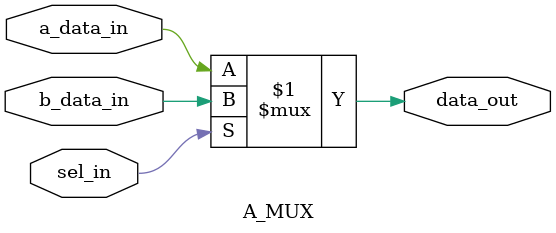
<source format=v>
module A_MUX (
    a_data_in,
    b_data_in,
    sel_in,
    data_out
);

// input and output definition
input a_data_in, b_data_in, sel_in;
output data_out;

// Combinational logic: mux behaviour
assign data_out = sel_in ? b_data_in:a_data_in;

endmodule

</source>
